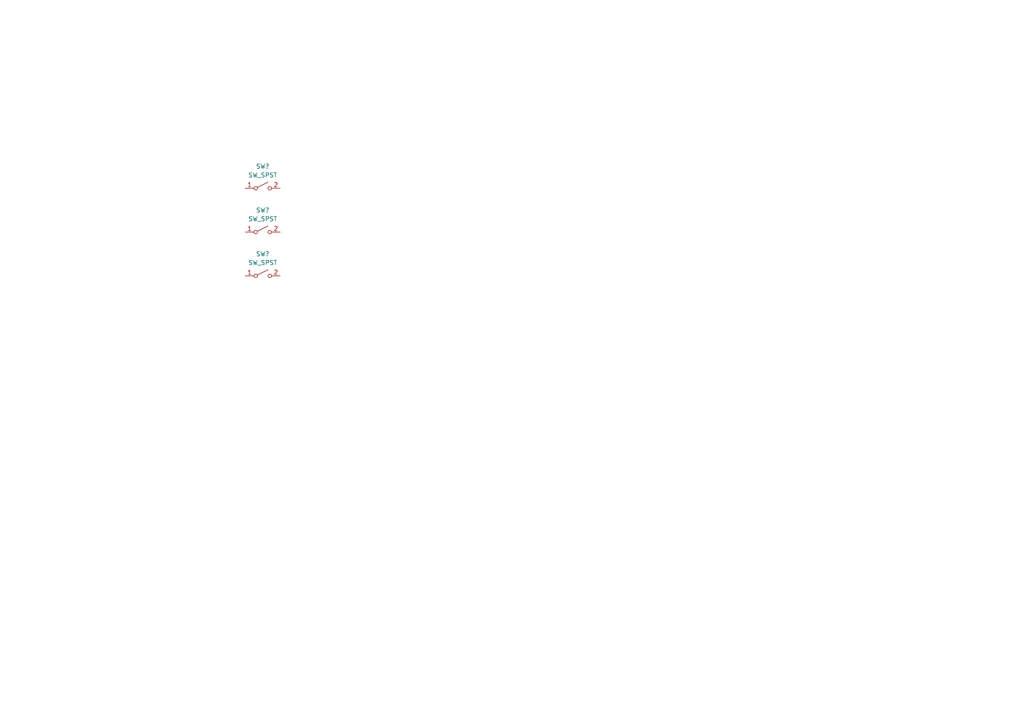
<source format=kicad_sch>
(kicad_sch (version 20211123) (generator eeschema)
  (paper "A4")
  (lib_symbols
    (symbol "Switch:SW_SPST" (pin_names (offset 0) hide)
      (property "Reference" "SW" (at 0 3.175 0))
      (property "Value" "SW_SPST" (at 0 -2.54 0))
      (symbol "SW_SPST_0_0"
        (circle (center -2.032 0) (radius 0.508))
        (polyline (pts (xy -1.524 0.254) (xy 1.524 1.778)))
        (circle (center 2.032 0) (radius 0.508))
      )
      (symbol "SW_SPST_1_1"
        (pin passive line (at -5.08 0 0) (length 2.54) (name "A") (number "1"))
        (pin passive line (at 5.08 0 180) (length 2.54) (name "B") (number "2"))
      )
    )
  )
  (symbol (lib_id "Switch:SW_SPST") (at 76.2 80.01 0) (unit 1)
    (property "Reference" "SW?" (at 76.2 73.66 0))
    (property "Value" "SW_SPST" (at 76.2 76.2 0))
  )
  (symbol (lib_id "Switch:SW_SPST") (at 76.2 54.61 0) (unit 1)
    (property "Reference" "SW?" (at 76.2 48.26 0))
    (property "Value" "SW_SPST" (at 76.2 50.8 0))
  )
  (symbol (lib_id "Switch:SW_SPST") (at 76.2 67.31 0) (unit 1)
    (property "Reference" "SW?" (at 76.2 60.96 0))
    (property "Value" "SW_SPST" (at 76.2 63.5 0))
  )
)
</source>
